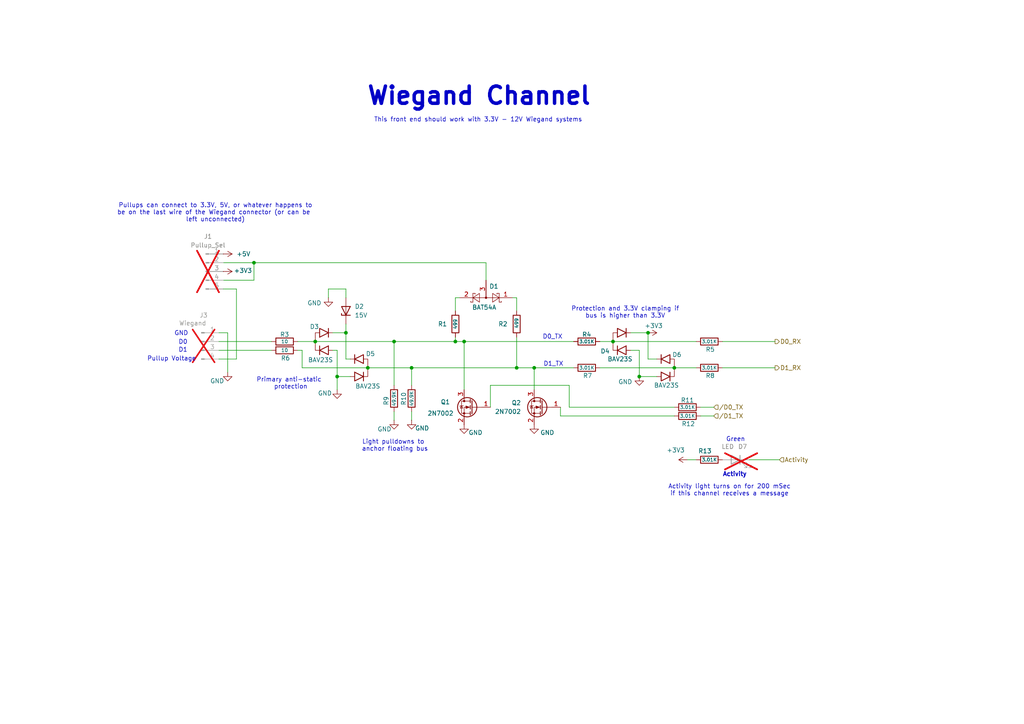
<source format=kicad_sch>
(kicad_sch (version 20231120) (generator "eeschema") (generator_version "8.0")
  (paper "A4")
  (title_block (date "2025-11-10") (rev "A") (comment 1 "JPH"))
  (lib_symbols
    (symbol "Connector:Conn_01x04_Pin" (pin_names (offset 1.016) hide)
      (property "Reference" "J" (at 0 5.08 0))
      (property "Value" "Conn_01x04_Pin" (at 0 -7.62 0))
      (symbol "Conn_01x04_Pin_1_1"
        (polyline (pts (xy 1.27 -5.08) (xy 0.8636 -5.08)) (stroke (width 0.1524)))
        (polyline (pts (xy 1.27 -2.54) (xy 0.8636 -2.54)) (stroke (width 0.1524)))
        (polyline (pts (xy 1.27 0) (xy 0.8636 0)) (stroke (width 0.1524)))
        (polyline (pts (xy 1.27 2.54) (xy 0.8636 2.54)) (stroke (width 0.1524)))
        (rectangle (start 0.8636 -4.953) (end 0 -5.207) (stroke (width 0.1524)) (fill (type outline)))
        (rectangle (start 0.8636 -2.413) (end 0 -2.667) (stroke (width 0.1524)) (fill (type outline)))
        (rectangle (start 0.8636 0.127) (end 0 -0.127) (stroke (width 0.1524)) (fill (type outline)))
        (rectangle (start 0.8636 2.667) (end 0 2.413) (stroke (width 0.1524)) (fill (type outline)))
        (pin passive line (at 5.08 2.54 180) (length 3.81) (name "Pin_1") (number "1"))
        (pin passive line (at 5.08 0 180) (length 3.81) (name "Pin_2") (number "2"))
        (pin passive line (at 5.08 -2.54 180) (length 3.81) (name "Pin_3") (number "3"))
        (pin passive line (at 5.08 -5.08 180) (length 3.81) (name "Pin_4") (number "4"))
      )
    )
    (symbol "Connector:Conn_01x05_Pin" (pin_names (offset 1.016) hide)
      (property "Reference" "J" (at 0 7.62 0))
      (property "Value" "Conn_01x05_Pin" (at 0 -7.62 0))
      (symbol "Conn_01x05_Pin_1_1"
        (polyline (pts (xy 1.27 -5.08) (xy 0.8636 -5.08)) (stroke (width 0.1524)))
        (polyline (pts (xy 1.27 -2.54) (xy 0.8636 -2.54)) (stroke (width 0.1524)))
        (polyline (pts (xy 1.27 0) (xy 0.8636 0)) (stroke (width 0.1524)))
        (polyline (pts (xy 1.27 2.54) (xy 0.8636 2.54)) (stroke (width 0.1524)))
        (polyline (pts (xy 1.27 5.08) (xy 0.8636 5.08)) (stroke (width 0.1524)))
        (rectangle (start 0.8636 -4.953) (end 0 -5.207) (stroke (width 0.1524)) (fill (type outline)))
        (rectangle (start 0.8636 -2.413) (end 0 -2.667) (stroke (width 0.1524)) (fill (type outline)))
        (rectangle (start 0.8636 0.127) (end 0 -0.127) (stroke (width 0.1524)) (fill (type outline)))
        (rectangle (start 0.8636 2.667) (end 0 2.413) (stroke (width 0.1524)) (fill (type outline)))
        (rectangle (start 0.8636 5.207) (end 0 4.953) (stroke (width 0.1524)) (fill (type outline)))
        (pin passive line (at 5.08 5.08 180) (length 3.81) (name "Pin_1") (number "1"))
        (pin passive line (at 5.08 2.54 180) (length 3.81) (name "Pin_2") (number "2"))
        (pin passive line (at 5.08 0 180) (length 3.81) (name "Pin_3") (number "3"))
        (pin passive line (at 5.08 -2.54 180) (length 3.81) (name "Pin_4") (number "4"))
        (pin passive line (at 5.08 -5.08 180) (length 3.81) (name "Pin_5") (number "5"))
      )
    )
    (symbol "Device:D_Zener" (pin_numbers hide) (pin_names (offset 1.016) hide)
      (property "Reference" "D" (at 0 2.54 0))
      (property "Value" "D_Zener" (at 0 -2.54 0))
      (symbol "D_Zener_0_1"
        (polyline (pts (xy 1.27 0) (xy -1.27 0)))
        (polyline (pts (xy -1.27 -1.27) (xy -1.27 1.27) (xy -0.762 1.27)) (stroke (width 0.254)))
        (polyline (pts (xy 1.27 -1.27) (xy 1.27 1.27) (xy -1.27 0) (xy 1.27 -1.27)) (stroke (width 0.254)))
      )
      (symbol "D_Zener_1_1"
        (pin passive line (at -3.81 0 0) (length 2.54) (name "K") (number "1"))
        (pin passive line (at 3.81 0 180) (length 2.54) (name "A") (number "2"))
      )
    )
    (symbol "Device:LED" (pin_numbers hide) (pin_names (offset 1.016) hide)
      (property "Reference" "D" (at 0 2.54 0))
      (property "Value" "LED" (at 0 -2.54 0))
      (symbol "LED_0_1"
        (polyline (pts (xy -1.27 -1.27) (xy -1.27 1.27)) (stroke (width 0.254)))
        (polyline (pts (xy -1.27 0) (xy 1.27 0)))
        (polyline (pts (xy 1.27 -1.27) (xy 1.27 1.27) (xy -1.27 0) (xy 1.27 -1.27)) (stroke (width 0.254)))
        (polyline (pts (xy -3.048 -0.762) (xy -4.572 -2.286) (xy -3.81 -2.286) (xy -4.572 -2.286) (xy -4.572 -1.524)))
        (polyline (pts (xy -1.778 -0.762) (xy -3.302 -2.286) (xy -2.54 -2.286) (xy -3.302 -2.286) (xy -3.302 -1.524)))
      )
      (symbol "LED_1_1"
        (pin passive line (at -3.81 0 0) (length 2.54) (name "K") (number "1"))
        (pin passive line (at 3.81 0 180) (length 2.54) (name "A") (number "2"))
      )
    )
    (symbol "Device:R" (pin_numbers hide) (pin_names (offset 0))
      (property "Reference" "R" (at 2.032 0 90))
      (property "Value" "R" (at 0 0 90))
      (symbol "R_0_1"
        (rectangle (start -1.016 -2.54) (end 1.016 2.54) (stroke (width 0.254)))
      )
      (symbol "R_1_1"
        (pin passive line (at 0 3.81 270) (length 1.27) (name "~") (number "1"))
        (pin passive line (at 0 -3.81 90) (length 1.27) (name "~") (number "2"))
      )
    )
    (symbol "Diode:BAT54A" (pin_names (offset 1.016))
      (property "Reference" "D" (at 0.635 -3.81 0))
      (property "Value" "BAT54A" (at -6.35 3.175 0))
      (symbol "BAT54A_0_1"
        (polyline (pts (xy -4.445 1.27) (xy -4.445 1.016)))
        (polyline (pts (xy -3.81 -1.27) (xy -3.81 1.27)))
        (polyline (pts (xy -3.81 -1.27) (xy -3.175 -1.27)))
        (polyline (pts (xy -3.81 0) (xy -1.27 0)))
        (polyline (pts (xy -3.81 1.27) (xy -4.445 1.27)))
        (polyline (pts (xy -3.175 -1.27) (xy -3.175 -1.016)))
        (polyline (pts (xy -1.905 0) (xy 1.905 0)))
        (polyline (pts (xy 1.27 0) (xy 3.81 0)))
        (polyline (pts (xy 3.175 -1.27) (xy 3.175 -1.016)))
        (polyline (pts (xy 3.81 -1.27) (xy 3.175 -1.27)))
        (polyline (pts (xy 3.81 -1.27) (xy 3.81 1.27)))
        (polyline (pts (xy 3.81 1.27) (xy 4.445 1.27)))
        (polyline (pts (xy 4.445 1.27) (xy 4.445 1.016)))
        (polyline (pts (xy -1.905 1.27) (xy -1.905 -1.27) (xy -3.81 0) (xy -1.905 1.27)))
        (polyline (pts (xy 1.905 1.27) (xy 1.905 -1.27) (xy 3.81 0) (xy 1.905 1.27)))
        (circle (center 0 0) (radius 0.254) (fill (type outline)))
      )
      (symbol "BAT54A_1_1"
        (pin passive line (at -7.62 0 0) (length 3.81) (name "~") (number "1"))
        (pin passive line (at 7.62 0 180) (length 3.81) (name "~") (number "2"))
        (pin passive line (at 0 -5.08 90) (length 5.08) (name "~") (number "3"))
      )
    )
    (symbol "EV23:BAV23S" (pin_numbers hide) (pin_names (offset 0.762) hide)
      (property "Reference" "D2" (at 3.81 -2.54 90))
      (property "Value" "BAV23S" (at 6.35 -1.27 90))
      (symbol "BAV23S_0_1"
        (polyline (pts (xy -3.81 2.54) (xy -1.27 2.54) (xy -1.27 2.54)) (stroke (width 0.254)))
        (polyline (pts (xy 1.27 5.08) (xy 3.81 5.08) (xy 3.81 5.08)) (stroke (width 0.254)))
        (polyline (pts (xy 2.54 2.54) (xy 2.54 1.27) (xy 0 1.27) (xy -2.54 1.27) (xy -2.54 2.54)))
        (polyline (pts (xy -1.27 5.08) (xy -2.54 2.54) (xy -3.81 5.08) (xy -1.27 5.08) (xy -1.27 5.08) (xy -1.27 5.08)) (stroke (width 0.254)))
        (polyline (pts (xy 1.27 2.54) (xy 2.54 5.08) (xy 3.81 2.54) (xy 1.27 2.54) (xy 1.27 2.54) (xy 1.27 2.54)) (stroke (width 0.254)))
        (pin passive line (at -2.54 6.35 270) (length 1.27) (name "A") (number "1"))
        (pin passive line (at 2.54 6.35 270) (length 1.27) (name "K") (number "2"))
        (pin passive line (at 0 1.27 90) (length 0) (name "common") (number "3"))
      )
    )
    (symbol "Transistor_FET:2N7002" (pin_names hide)
      (property "Reference" "Q" (at 5.08 1.905 0))
      (property "Value" "2N7002" (at 5.08 0 0))
      (symbol "2N7002_0_1"
        (polyline (pts (xy 0.254 0) (xy -2.54 0)))
        (polyline (pts (xy 0.254 1.905) (xy 0.254 -1.905)) (stroke (width 0.254)))
        (polyline (pts (xy 0.762 -1.27) (xy 0.762 -2.286)) (stroke (width 0.254)))
        (polyline (pts (xy 0.762 0.508) (xy 0.762 -0.508)) (stroke (width 0.254)))
        (polyline (pts (xy 0.762 2.286) (xy 0.762 1.27)) (stroke (width 0.254)))
        (polyline (pts (xy 2.54 2.54) (xy 2.54 1.778)))
        (polyline (pts (xy 2.54 -2.54) (xy 2.54 0) (xy 0.762 0)))
        (polyline (pts (xy 0.762 -1.778) (xy 3.302 -1.778) (xy 3.302 1.778) (xy 0.762 1.778)))
        (polyline (pts (xy 1.016 0) (xy 2.032 0.381) (xy 2.032 -0.381) (xy 1.016 0)) (fill (type outline)))
        (polyline (pts (xy 2.794 0.508) (xy 2.921 0.381) (xy 3.683 0.381) (xy 3.81 0.254)))
        (polyline (pts (xy 3.302 0.381) (xy 2.921 -0.254) (xy 3.683 -0.254) (xy 3.302 0.381)))
        (circle (center 1.651 0) (radius 2.794) (stroke (width 0.254)))
        (circle (center 2.54 -1.778) (radius 0.254) (fill (type outline)))
        (circle (center 2.54 1.778) (radius 0.254) (fill (type outline)))
      )
      (symbol "2N7002_1_1"
        (pin input line (at -5.08 0 0) (length 2.54) (name "G") (number "1"))
        (pin passive line (at 2.54 -5.08 90) (length 2.54) (name "S") (number "2"))
        (pin passive line (at 2.54 5.08 270) (length 2.54) (name "D") (number "3"))
      )
    )
    (symbol "power:+3V3" (power) (pin_numbers hide) (pin_names (offset 0) hide)
      (property "Value" "+3V3" (at 0 3.556 0))
      (symbol "+3V3_0_1"
        (polyline (pts (xy -0.762 1.27) (xy 0 2.54)))
        (polyline (pts (xy 0 0) (xy 0 2.54)))
        (polyline (pts (xy 0 2.54) (xy 0.762 1.27)))
      )
      (symbol "+3V3_1_1"
        (pin power_in line (at 0 0 90) (length 0) (name "~") (number "1"))
      )
    )
    (symbol "power:+5V" (power) (pin_numbers hide) (pin_names (offset 0) hide)
      (property "Value" "+5V" (at 0 3.556 0))
      (symbol "+5V_0_1"
        (polyline (pts (xy -0.762 1.27) (xy 0 2.54)))
        (polyline (pts (xy 0 0) (xy 0 2.54)))
        (polyline (pts (xy 0 2.54) (xy 0.762 1.27)))
      )
      (symbol "+5V_1_1"
        (pin power_in line (at 0 0 90) (length 0) (name "~") (number "1"))
      )
    )
    (symbol "power:GND" (power) (pin_numbers hide) (pin_names (offset 0) hide)
      (property "Value" "GND" (at 0 -3.81 0))
      (symbol "GND_0_1"
        (polyline (pts (xy 0 0) (xy 0 -1.27) (xy 1.27 -1.27) (xy 0 -2.54) (xy -1.27 -1.27) (xy 0 -1.27)))
      )
      (symbol "GND_1_1"
        (pin power_in line (at 0 0 270) (length 0) (name "~") (number "1"))
      )
    )
  )
  (junction (at 114.3 99.06))
  (junction (at 106.68 106.68))
  (junction (at 149.86 106.68))
  (junction (at 132.08 99.06))
  (junction (at 177.8 99.06))
  (junction (at 187.96 96.52))
  (junction (at 154.94 106.68))
  (junction (at 91.44 99.06))
  (junction (at 97.79 109.22))
  (junction (at 119.38 106.68))
  (junction (at 100.33 96.52))
  (junction (at 73.66 76.2))
  (junction (at 195.58 106.68))
  (junction (at 185.42 109.22))
  (junction (at 134.62 99.06))
  (wire (pts (xy 101.6 104.14) (xy 100.33 104.14)))
  (wire (pts (xy 64.77 76.2) (xy 73.66 76.2)))
  (wire (pts (xy 114.3 99.06) (xy 132.08 99.06)))
  (wire (pts (xy 91.44 99.06) (xy 114.3 99.06)))
  (wire (pts (xy 149.86 97.79) (xy 149.86 106.68)))
  (wire (pts (xy 132.08 99.06) (xy 134.62 99.06)))
  (wire (pts (xy 73.66 81.28) (xy 73.66 76.2)))
  (wire (pts (xy 203.2 120.65) (xy 207.01 120.65)))
  (wire (pts (xy 106.68 106.68) (xy 119.38 106.68)))
  (wire (pts (xy 149.86 90.17) (xy 149.86 86.36)))
  (wire (pts (xy 114.3 111.76) (xy 114.3 99.06)))
  (wire (pts (xy 195.58 120.65) (xy 162.56 120.65)))
  (wire (pts (xy 63.5 99.06) (xy 78.74 99.06)))
  (wire (pts (xy 203.2 118.11) (xy 207.01 118.11)))
  (wire (pts (xy 100.33 83.82) (xy 100.33 86.36)))
  (wire (pts (xy 134.62 99.06) (xy 166.37 99.06)))
  (wire (pts (xy 201.93 99.06) (xy 177.8 99.06)))
  (wire (pts (xy 119.38 121.92) (xy 119.38 119.38)))
  (wire (pts (xy 185.42 109.22) (xy 185.42 101.6)))
  (wire (pts (xy 209.55 106.68) (xy 224.79 106.68)))
  (wire (pts (xy 66.04 96.52) (xy 66.04 107.95)))
  (wire (pts (xy 134.62 113.03) (xy 134.62 99.06)))
  (wire (pts (xy 165.1 118.11) (xy 195.58 118.11)))
  (wire (pts (xy 100.33 96.52) (xy 100.33 104.14)))
  (wire (pts (xy 96.52 96.52) (xy 100.33 96.52)))
  (wire (pts (xy 87.63 106.68) (xy 106.68 106.68)))
  (wire (pts (xy 100.33 93.98) (xy 100.33 96.52)))
  (wire (pts (xy 140.97 76.2) (xy 73.66 76.2)))
  (wire (pts (xy 101.6 109.22) (xy 97.79 109.22)))
  (wire (pts (xy 154.94 106.68) (xy 166.37 106.68)))
  (wire (pts (xy 68.58 83.82) (xy 68.58 104.14)))
  (wire (pts (xy 199.39 133.35) (xy 201.93 133.35)))
  (wire (pts (xy 165.1 111.76) (xy 165.1 118.11)))
  (wire (pts (xy 114.3 119.38) (xy 114.3 121.92)))
  (wire (pts (xy 119.38 106.68) (xy 149.86 106.68)))
  (wire (pts (xy 140.97 81.28) (xy 140.97 76.2)))
  (wire (pts (xy 95.25 83.82) (xy 100.33 83.82)))
  (wire (pts (xy 63.5 96.52) (xy 66.04 96.52)))
  (wire (pts (xy 119.38 111.76) (xy 119.38 106.68)))
  (wire (pts (xy 201.93 106.68) (xy 195.58 106.68)))
  (wire (pts (xy 68.58 104.14) (xy 63.5 104.14)))
  (wire (pts (xy 185.42 101.6) (xy 182.88 101.6)))
  (wire (pts (xy 149.86 86.36) (xy 148.59 86.36)))
  (wire (pts (xy 96.52 101.6) (xy 97.79 101.6)))
  (wire (pts (xy 132.08 86.36) (xy 133.35 86.36)))
  (wire (pts (xy 142.24 111.76) (xy 165.1 111.76)))
  (wire (pts (xy 86.36 99.06) (xy 91.44 99.06)))
  (wire (pts (xy 97.79 109.22) (xy 97.79 113.03)))
  (wire (pts (xy 217.17 133.35) (xy 226.06 133.35)))
  (wire (pts (xy 64.77 81.28) (xy 73.66 81.28)))
  (wire (pts (xy 149.86 106.68) (xy 154.94 106.68)))
  (wire (pts (xy 132.08 90.17) (xy 132.08 86.36)))
  (wire (pts (xy 64.77 83.82) (xy 68.58 83.82)))
  (wire (pts (xy 190.5 104.14) (xy 187.96 104.14)))
  (wire (pts (xy 97.79 101.6) (xy 97.79 109.22)))
  (wire (pts (xy 87.63 101.6) (xy 87.63 106.68)))
  (wire (pts (xy 162.56 120.65) (xy 162.56 118.11)))
  (wire (pts (xy 190.5 109.22) (xy 185.42 109.22)))
  (wire (pts (xy 173.99 99.06) (xy 177.8 99.06)))
  (wire (pts (xy 187.96 96.52) (xy 182.88 96.52)))
  (wire (pts (xy 209.55 99.06) (xy 224.79 99.06)))
  (wire (pts (xy 95.25 86.36) (xy 95.25 83.82)))
  (wire (pts (xy 63.5 101.6) (xy 78.74 101.6)))
  (wire (pts (xy 142.24 118.11) (xy 142.24 111.76)))
  (wire (pts (xy 187.96 104.14) (xy 187.96 96.52)))
  (wire (pts (xy 154.94 113.03) (xy 154.94 106.68)))
  (wire (pts (xy 173.99 106.68) (xy 195.58 106.68)))
  (wire (pts (xy 132.08 97.79) (xy 132.08 99.06)))
  (wire (pts (xy 86.36 101.6) (xy 87.63 101.6)))
  (text "Wiegand Channel" (at 138.938 27.94 0) (effects (font (size 5 5) (thickness 1) (bold yes))))
  (text "Green" (at 213.36 127.508 0) (effects (font (size 1.27 1.27))))
  (text "Activity" (at 213.106 137.668 0) (effects (font (size 1.27 1.27) (thickness 0.254) (bold yes))))
  (text "Pullups can connect to 3.3V, 5V, or whatever happens to\nbe on the last wire of the Wiegand connector (or can be \nleft unconnected)" (at 62.484 61.722 0) (effects (font (size 1.27 1.27))))
  (text "D1_TX" (at 160.528 105.664 0) (effects (font (size 1.27 1.27))))
  (text "This front end should work with 3.3V - 12V Wiegand systems" (at 138.684 34.798 0) (effects (font (size 1.27 1.27))))
  (text "Protection and 3.3V clamping if\nbus is higher than 3.3V" (at 181.356 90.678 0) (effects (font (size 1.27 1.27))))
  (text "Activity light turns on for 200 mSec\nif this channel receives a message" (at 211.582 142.24 0) (effects (font (size 1.27 1.27))))
  (text "D0_TX" (at 160.274 97.79 0) (effects (font (size 1.27 1.27))))
  (text "D0" (at 53.086 99.314 0) (effects (font (size 1.27 1.27))))
  (text "Pullup Voltage" (at 49.784 104.14 0) (effects (font (size 1.27 1.27))))
  (text "Light pulldowns to \nanchor floating bus" (at 114.554 129.286 0) (effects (font (size 1.27 1.27))))
  (text "Primary anti-static \nprotection" (at 84.328 111.252 0) (effects (font (size 1.27 1.27))))
  (text "D1" (at 53.086 101.6 0) (effects (font (size 1.27 1.27))))
  (text "GND" (at 52.578 96.774 0) (effects (font (size 1.27 1.27))))
  (hierarchical_label "{slash}D0_TX" (shape input) (at 207.01 118.11 0))
  (hierarchical_label "D1_RX" (shape output) (at 224.79 106.68 0))
  (hierarchical_label "Activity" (shape input) (at 226.06 133.35 0))
  (hierarchical_label "{slash}D1_TX" (shape input) (at 207.01 120.65 0))
  (hierarchical_label "D0_RX" (shape output) (at 224.79 99.06 0))
  (symbol (lib_id "power:GND") (at 185.42 109.22 0) (unit 1)
    (property "Reference" "#PWR07" (effects (hide yes)))
    (property "Value" "GND" (at 181.356 110.744 0))
    (property "Description" "Power symbol creates a global label with name \"GND\" , ground" (effects (hide yes)))
    (instances (project "WiegandTest" (path "" (reference "#PWR07") (unit 1)) (path "" (reference "#PWR045") (unit 1)) (path "" (reference "#PWR033") (unit 1))))
  )
  (symbol (lib_id "Connector:Conn_01x05_Pin") (at 59.69 78.74 0) (unit 1) (dnp yes)
    (property "Reference" "J1" (at 60.325 68.58 0))
    (property "Value" "Pullup_Sel" (at 60.325 71.12 0))
    (property "Footprint" "Connector_PinHeader_2.54mm:PinHeader_1x05_P2.54mm_Horizontal" (effects (hide yes)))
    (property "Description" "Connector Header Through Hole, Right Angle 5 position 0.100\" (2.54mm)" (effects (hide yes)))
    (property "MFG" "Adam Tech" (effects (hide yes)))
    (property "MPN" "PH1RB-05-UA" (effects (hide yes)))
    (property "JLCPCB Part Number" "N/A" (effects (hide yes)))
    (instances (project "" (path "" (reference "J1") (unit 1)) (path "" (reference "J8") (unit 1)) (path "" (reference "J5") (unit 1))))
  )
  (symbol (lib_id "Device:R") (at 170.18 99.06 90) (unit 1)
    (property "Reference" "R4" (at 170.18 97.028 90))
    (property "Value" "3.01K" (at 170.18 99.06 90) (effects (font (size 1 1))))
    (property "Footprint" "Resistor_SMD:R_0603_1608Metric_Pad0.98x0.95mm_HandSolder" (effects (hide yes)))
    (property "Description" "3.01 kOhms ±1% 0.1W, 1/10W Chip Resistor 0603 (1608 Metric) Thick Film" (effects (hide yes)))
    (property "MFG" "YAGEO" (effects (hide yes)))
    (property "MPN" "RC0603FR-103K01L" (effects (hide yes)))
    (property "JLCPCB Part Number" "C22356559" (effects (hide yes)))
    (instances (project "WiegandTest" (path "" (reference "R4") (unit 1)) (path "" (reference "R32") (unit 1)) (path "" (reference "R20") (unit 1))))
  )
  (symbol (lib_id "EV23:BAV23S") (at 107.95 106.68 90) (unit 1)
    (property "Reference" "D5" (at 107.442 102.616 90))
    (property "Value" "BAV23S" (at 106.68 112.014 90))
    (property "Footprint" "Package_TO_SOT_SMD:SOT-23" (effects (hide yes)))
    (property "Datasheet" "https://www.onsemi.com/download/data-sheet/pdf/bav23s-d.pdf" (effects (hide yes)))
    (property "Description" "Diode Array 1 Pair Series Connection 200 V 400mA Surface Mount TO-236-3, SC-59, SOT-23-3" (effects (hide yes)))
    (property "MPN" "BAV23S" (effects (hide yes)))
    (property "MFG" "Shenzhen Slkormicro Semicon" (effects (hide yes)))
    (property "JLCPCB Part Number" "C44345" (effects (hide yes)))
    (instances (project "WiegandTest" (path "" (reference "D5") (unit 1)) (path "" (reference "D21") (unit 1)) (path "" (reference "D15") (unit 1))))
  )
  (symbol (lib_id "power:GND") (at 97.79 113.03 0) (unit 1)
    (property "Reference" "#PWR08" (effects (hide yes)))
    (property "Value" "GND" (at 94.234 114.046 0))
    (property "Description" "Power symbol creates a global label with name \"GND\" , ground" (effects (hide yes)))
    (instances (project "WiegandTest" (path "" (reference "#PWR08") (unit 1)) (path "" (reference "#PWR046") (unit 1)) (path "" (reference "#PWR034") (unit 1))))
  )
  (symbol (lib_id "EV23:BAV23S") (at 90.17 99.06 270) (mirror x) (unit 1)
    (property "Reference" "D3" (at 91.186 94.742 90))
    (property "Value" "BAV23S" (at 92.964 104.394 90))
    (property "Footprint" "Package_TO_SOT_SMD:SOT-23" (effects (hide yes)))
    (property "Datasheet" "https://www.onsemi.com/download/data-sheet/pdf/bav23s-d.pdf" (effects (hide yes)))
    (property "Description" "Diode Array 1 Pair Series Connection 200 V 400mA Surface Mount TO-236-3, SC-59, SOT-23-3" (effects (hide yes)))
    (property "MPN" "BAV23S" (effects (hide yes)))
    (property "MFG" "Shenzhen Slkormicro Semicon" (effects (hide yes)))
    (property "JLCPCB Part Number" "C44345" (effects (hide yes)))
    (instances (project "WiegandTest" (path "" (reference "D3") (unit 1)) (path "" (reference "D19") (unit 1)) (path "" (reference "D13") (unit 1))))
  )
  (symbol (lib_id "power:+3V3") (at 199.39 133.35 90) (unit 1)
    (property "Reference" "#PWR05" (effects (hide yes)))
    (property "Value" "+3V3" (at 198.628 130.556 90) (effects (justify left)))
    (property "Description" "Power symbol creates a global label with name \"+3V3\"" (effects (hide yes)))
    (instances (project "WiegandTest" (path "" (reference "#PWR05") (unit 1)) (path "" (reference "#PWR043") (unit 1)) (path "" (reference "#PWR031") (unit 1))))
  )
  (symbol (lib_id "EV23:BAV23S") (at 196.85 106.68 90) (unit 1)
    (property "Reference" "D6" (at 196.342 102.87 90))
    (property "Value" "BAV23S" (at 193.294 111.76 90))
    (property "Footprint" "Package_TO_SOT_SMD:SOT-23" (effects (hide yes)))
    (property "Datasheet" "https://www.onsemi.com/download/data-sheet/pdf/bav23s-d.pdf" (effects (hide yes)))
    (property "Description" "Diode Array 1 Pair Series Connection 200 V 400mA Surface Mount TO-236-3, SC-59, SOT-23-3" (effects (hide yes)))
    (property "MPN" "BAV23S" (effects (hide yes)))
    (property "MFG" "Shenzhen Slkormicro Semicon" (effects (hide yes)))
    (property "JLCPCB Part Number" "C44345" (effects (hide yes)))
    (instances (project "WiegandTest" (path "" (reference "D6") (unit 1)) (path "" (reference "D22") (unit 1)) (path "" (reference "D16") (unit 1))))
  )
  (symbol (lib_id "Device:R") (at 82.55 101.6 90) (unit 1)
    (property "Reference" "R6" (at 82.804 103.886 90))
    (property "Value" "10" (at 82.55 101.6 90) (effects (font (size 1 1))))
    (property "Footprint" "Resistor_SMD:R_0603_1608Metric_Pad0.98x0.95mm_HandSolder" (effects (hide yes)))
    (property "Description" "10 Ohms ±5% 0.1W, 1/10W Chip Resistor 0603 (1608 Metric) Moisture Resistant Thick Film" (effects (hide yes)))
    (property "MFG" "YAGEO" (effects (hide yes)))
    (property "MPN" "RC0603JR-1310RL " (effects (hide yes)))
    (property "JLCPCB Part Number" "C177346" (effects (hide yes)))
    (instances (project "WiegandTest" (path "" (reference "R6") (unit 1)) (path "" (reference "R34") (unit 1)) (path "" (reference "R22") (unit 1))))
  )
  (symbol (lib_id "power:GND") (at 154.94 123.19 0) (unit 1)
    (property "Reference" "#PWR012" (effects (hide yes)))
    (property "Value" "GND" (at 158.75 125.476 0))
    (property "Description" "Power symbol creates a global label with name \"GND\" , ground" (effects (hide yes)))
    (instances (project "WiegandTest" (path "" (reference "#PWR012") (unit 1)) (path "" (reference "#PWR050") (unit 1)) (path "" (reference "#PWR038") (unit 1))))
  )
  (symbol (lib_id "Device:R") (at 114.3 115.57 0) (unit 1)
    (property "Reference" "R9" (at 112.014 117.602 90) (effects (justify left)))
    (property "Value" "49.9K" (at 114.3 117.856 90) (effects (font (size 1 1)) (justify left)))
    (property "Footprint" "Resistor_SMD:R_0603_1608Metric_Pad0.98x0.95mm_HandSolder" (effects (hide yes)))
    (property "Description" "49.9 kOhms ±1% 0.1W, 1/10W Chip Resistor 0603 (1608 Metric) Moisture Resistant Thick Film" (effects (hide yes)))
    (property "MFG" "YAGEO" (effects (hide yes)))
    (property "MPN" "RC0603FR-1349K9L" (effects (hide yes)))
    (property "JLCPCB Part Number" "C22356488" (effects (hide yes)))
    (instances (project "WiegandTest" (path "" (reference "R9") (unit 1)) (path "" (reference "R37") (unit 1)) (path "" (reference "R25") (unit 1))))
  )
  (symbol (lib_id "Diode:BAT54A") (at 140.97 86.36 180) (unit 1)
    (property "Reference" "D1" (at 143.256 83.058 0))
    (property "Value" "BAT54A" (at 140.462 89.154 0))
    (property "Footprint" "Package_TO_SOT_SMD:SOT-23" (effects (hide yes)))
    (property "Datasheet" "http://www.diodes.com/_files/datasheets/ds11005.pdf" (effects (hide yes)))
    (property "Description" "30V 1 PAIR COMMON ANODE 1V@100MA" (effects (hide yes)))
    (property "MFG" "Shenzhen Slkormicro Semicon" (effects (hide yes)))
    (property "MPN" "BAT54A" (effects (hide yes)))
    (property "JLCPCB Part Number" "C8591" (effects (hide yes)))
    (instances (project "WiegandTest" (path "" (reference "D1") (unit 1)) (path "" (reference "D17") (unit 1)) (path "" (reference "D11") (unit 1))))
  )
  (symbol (lib_id "Device:R") (at 199.39 118.11 90) (unit 1)
    (property "Reference" "R11" (at 199.39 116.078 90))
    (property "Value" "3.01K" (at 199.39 118.11 90) (effects (font (size 1 1))))
    (property "Footprint" "Resistor_SMD:R_0603_1608Metric_Pad0.98x0.95mm_HandSolder" (effects (hide yes)))
    (property "Description" "3.01 kOhms ±1% 0.1W, 1/10W Chip Resistor 0603 (1608 Metric) Thick Film" (effects (hide yes)))
    (property "MFG" "YAGEO" (effects (hide yes)))
    (property "MPN" "RC0603FR-103K01L" (effects (hide yes)))
    (property "JLCPCB Part Number" "C22356559" (effects (hide yes)))
    (instances (project "WiegandTest" (path "" (reference "R11") (unit 1)) (path "" (reference "R39") (unit 1)) (path "" (reference "R27") (unit 1))))
  )
  (symbol (lib_id "Device:R") (at 119.38 115.57 0) (unit 1)
    (property "Reference" "R10" (at 117.094 117.602 90) (effects (justify left)))
    (property "Value" "49.9K" (at 119.38 117.856 90) (effects (font (size 1 1)) (justify left)))
    (property "Footprint" "Resistor_SMD:R_0603_1608Metric_Pad0.98x0.95mm_HandSolder" (effects (hide yes)))
    (property "Description" "49.9 kOhms ±1% 0.1W, 1/10W Chip Resistor 0603 (1608 Metric) Moisture Resistant Thick Film" (effects (hide yes)))
    (property "MFG" "YAGEO" (effects (hide yes)))
    (property "MPN" "RC0603FR-1349K9L" (effects (hide yes)))
    (property "JLCPCB Part Number" "C22356488" (effects (hide yes)))
    (instances (project "WiegandTest" (path "" (reference "R10") (unit 1)) (path "" (reference "R38") (unit 1)) (path "" (reference "R26") (unit 1))))
  )
  (symbol (lib_id "Device:R") (at 205.74 106.68 90) (unit 1)
    (property "Reference" "R8" (at 205.994 108.966 90))
    (property "Value" "3.01K" (at 205.74 106.68 90) (effects (font (size 1 1))))
    (property "Footprint" "Resistor_SMD:R_0603_1608Metric_Pad0.98x0.95mm_HandSolder" (effects (hide yes)))
    (property "Description" "3.01 kOhms ±1% 0.1W, 1/10W Chip Resistor 0603 (1608 Metric) Thick Film" (effects (hide yes)))
    (property "MFG" "YAGEO" (effects (hide yes)))
    (property "MPN" "RC0603FR-103K01L" (effects (hide yes)))
    (property "JLCPCB Part Number" "C22356559" (effects (hide yes)))
    (instances (project "WiegandTest" (path "" (reference "R8") (unit 1)) (path "" (reference "R36") (unit 1)) (path "" (reference "R24") (unit 1))))
  )
  (symbol (lib_id "Device:LED") (at 213.36 133.35 0) (mirror y) (unit 1) (dnp yes)
    (property "Reference" "D7" (at 215.392 129.54 0))
    (property "Value" "LED" (at 211.074 129.54 0))
    (property "Footprint" "LED_SMD:LED_0603_1608Metric_Pad1.05x0.95mm_HandSolder" (effects (hide yes)))
    (property "Description" "Green 571nm LED Indication - Discrete 2V 0603 (1608 Metric)" (effects (hide yes)))
    (property "MFG" "Lite-On" (effects (hide yes)))
    (property "MPN" "LTST-C191KGKT" (effects (hide yes)))
    (property "JLCPCB Part Number" "N/A" (effects (hide yes)))
    (instances (project "WiegandTest" (path "" (reference "D7") (unit 1)) (path "" (reference "D24") (unit 1)) (path "" (reference "D23") (unit 1))))
  )
  (symbol (lib_id "Device:R") (at 205.74 133.35 270) (mirror x) (unit 1)
    (property "Reference" "R13" (at 204.47 130.81 90))
    (property "Value" "3.01K" (at 205.74 133.35 90) (effects (font (size 1 1))))
    (property "Footprint" "Resistor_SMD:R_0603_1608Metric_Pad0.98x0.95mm_HandSolder" (effects (hide yes)))
    (property "Description" "3.01 kOhms ±1% 0.1W, 1/10W Chip Resistor 0603 (1608 Metric) Thick Film" (effects (hide yes)))
    (property "MFG" "YAGEO" (effects (hide yes)))
    (property "MPN" "RC0603FR-103K01L" (effects (hide yes)))
    (property "JLCPCB Part Number" "C22356559" (effects (hide yes)))
    (instances (project "WiegandTest" (path "" (reference "R13") (unit 1)) (path "" (reference "R42") (unit 1)) (path "" (reference "R41") (unit 1))))
  )
  (symbol (lib_id "Transistor_FET:2N7002") (at 137.16 118.11 0) (mirror y) (unit 1)
    (property "Reference" "Q1" (at 130.556 116.586 0) (effects (justify left)))
    (property "Value" "2N7002" (at 131.572 119.888 0) (effects (justify left)))
    (property "Footprint" "Package_TO_SOT_SMD:SOT-23" (effects (hide yes)))
    (property "Datasheet" "https://www.onsemi.com/pub/Collateral/NDS7002A-D.PDF" (effects (hide yes)))
    (property "Description" "N-Channel 60 V 115mA (Ta) 200mW (Ta) Surface Mount SOT-23-3" (effects (hide yes)))
    (property "MFG" "Onsemi" (effects (hide yes)))
    (property "MPN" "2N7002" (effects (hide yes)))
    (property "JLCPCB Part Number" "C16338" (effects (hide yes)))
    (instances (project "WiegandTest" (path "" (reference "Q1") (unit 1)) (path "" (reference "Q6") (unit 1)) (path "" (reference "Q4") (unit 1))))
  )
  (symbol (lib_id "Device:D_Zener") (at 100.33 90.17 90) (unit 1)
    (property "Reference" "D2" (at 102.87 88.8999 90) (effects (justify right)))
    (property "Value" "15V" (at 102.87 91.4399 90) (effects (justify right)))
    (property "Footprint" "Diode_SMD:D_SMB" (effects (hide yes)))
    (property "Description" "Zener Diode 15 V 3 W ±5% Surface Mount SMB" (effects (hide yes)))
    (property "MPN" "1SMB5929BT3G" (effects (hide yes)))
    (property "MFG" "Onsemi" (effects (hide yes)))
    (property "JLCPCB Part Number" "C460772" (effects (hide yes)))
    (instances (project "WiegandTest" (path "" (reference "D2") (unit 1)) (path "" (reference "D18") (unit 1)) (path "" (reference "D12") (unit 1))))
  )
  (symbol (lib_id "Device:R") (at 149.86 93.98 0) (unit 1)
    (property "Reference" "R2" (at 144.526 93.98 0) (effects (justify left)))
    (property "Value" "499" (at 149.86 95.25 90) (effects (font (size 1 1)) (justify left)))
    (property "Footprint" "Resistor_SMD:R_0603_1608Metric_Pad0.98x0.95mm_HandSolder" (effects (hide yes)))
    (property "Description" "499 Ohms ±1% 0.1W, 1/10W Chip Resistor 0603 (1608 Metric) Moisture Resistant Thick Film" (effects (hide yes)))
    (property "MFG" "YAGEO" (effects (hide yes)))
    (property "MPN" "RC0603FR-07499RL" (effects (hide yes)))
    (property "JLCPCB Part Number" "C23065" (effects (hide yes)))
    (instances (project "WiegandTest" (path "" (reference "R2") (unit 1)) (path "" (reference "R30") (unit 1)) (path "" (reference "R18") (unit 1))))
  )
  (symbol (lib_id "Transistor_FET:2N7002") (at 157.48 118.11 0) (mirror y) (unit 1)
    (property "Reference" "Q2" (at 151.13 116.8399 0) (effects (justify left)))
    (property "Value" "2N7002" (at 151.13 119.3799 0) (effects (justify left)))
    (property "Footprint" "Package_TO_SOT_SMD:SOT-23" (effects (hide yes)))
    (property "Datasheet" "https://www.onsemi.com/pub/Collateral/NDS7002A-D.PDF" (effects (hide yes)))
    (property "Description" "N-Channel 60 V 115mA (Ta) 200mW (Ta) Surface Mount SOT-23-3" (effects (hide yes)))
    (property "MFG" "Onsemi" (effects (hide yes)))
    (property "MPN" "2N7002" (effects (hide yes)))
    (property "JLCPCB Part Number" "C16338" (effects (hide yes)))
    (instances (project "WiegandTest" (path "" (reference "Q2") (unit 1)) (path "" (reference "Q7") (unit 1)) (path "" (reference "Q5") (unit 1))))
  )
  (symbol (lib_id "power:GND") (at 134.62 123.19 0) (unit 1)
    (property "Reference" "#PWR011" (effects (hide yes)))
    (property "Value" "GND" (at 137.922 125.476 0))
    (property "Description" "Power symbol creates a global label with name \"GND\" , ground" (effects (hide yes)))
    (instances (project "WiegandTest" (path "" (reference "#PWR011") (unit 1)) (path "" (reference "#PWR049") (unit 1)) (path "" (reference "#PWR037") (unit 1))))
  )
  (symbol (lib_id "power:GND") (at 114.3 121.92 0) (unit 1)
    (property "Reference" "#PWR09" (effects (hide yes)))
    (property "Value" "GND" (at 111.506 124.46 0))
    (property "Description" "Power symbol creates a global label with name \"GND\" , ground" (effects (hide yes)))
    (instances (project "WiegandTest" (path "" (reference "#PWR09") (unit 1)) (path "" (reference "#PWR047") (unit 1)) (path "" (reference "#PWR035") (unit 1))))
  )
  (symbol (lib_id "EV23:BAV23S") (at 176.53 99.06 270) (mirror x) (unit 1)
    (property "Reference" "D4" (at 175.514 101.854 90))
    (property "Value" "BAV23S" (at 179.832 104.14 90))
    (property "Footprint" "Package_TO_SOT_SMD:SOT-23" (effects (hide yes)))
    (property "Datasheet" "https://www.onsemi.com/download/data-sheet/pdf/bav23s-d.pdf" (effects (hide yes)))
    (property "Description" "Diode Array 1 Pair Series Connection 200 V 400mA Surface Mount TO-236-3, SC-59, SOT-23-3" (effects (hide yes)))
    (property "MPN" "BAV23S" (effects (hide yes)))
    (property "MFG" "Shenzhen Slkormicro Semicon" (effects (hide yes)))
    (property "JLCPCB Part Number" "C44345" (effects (hide yes)))
    (instances (project "WiegandTest" (path "" (reference "D4") (unit 1)) (path "" (reference "D20") (unit 1)) (path "" (reference "D14") (unit 1))))
  )
  (symbol (lib_id "power:GND") (at 119.38 121.92 0) (unit 1)
    (property "Reference" "#PWR010" (effects (hide yes)))
    (property "Value" "GND" (at 122.428 124.206 0))
    (property "Description" "Power symbol creates a global label with name \"GND\" , ground" (effects (hide yes)))
    (instances (project "WiegandTest" (path "" (reference "#PWR010") (unit 1)) (path "" (reference "#PWR048") (unit 1)) (path "" (reference "#PWR036") (unit 1))))
  )
  (symbol (lib_id "Connector:Conn_01x04_Pin") (at 58.42 99.06 0) (unit 1) (dnp yes)
    (property "Reference" "J3" (at 59.055 91.44 0))
    (property "Value" "Wiegand" (at 55.88 93.726 0))
    (property "Footprint" "footprints:CONN_1881464_PXC" (effects (hide yes)))
    (property "Description" "TERM BLOCK HDR 4POS 2.50MM" (effects (hide yes)))
    (property "MFG" "Phoenix Contact" (effects (hide yes)))
    (property "MPN" "1881464" (effects (hide yes)))
    (property "JLCPCB Part Number" "N/A" (effects (hide yes)))
    (instances (project "" (path "" (reference "J3") (unit 1)) (path "" (reference "J10") (unit 1)) (path "" (reference "J7") (unit 1))))
  )
  (symbol (lib_id "Device:R") (at 199.39 120.65 90) (unit 1)
    (property "Reference" "R12" (at 199.644 122.936 90))
    (property "Value" "3.01K" (at 199.39 120.65 90) (effects (font (size 1 1))))
    (property "Footprint" "Resistor_SMD:R_0603_1608Metric_Pad0.98x0.95mm_HandSolder" (effects (hide yes)))
    (property "Description" "3.01 kOhms ±1% 0.1W, 1/10W Chip Resistor 0603 (1608 Metric) Thick Film" (effects (hide yes)))
    (property "MFG" "YAGEO" (effects (hide yes)))
    (property "MPN" "RC0603FR-103K01L" (effects (hide yes)))
    (property "JLCPCB Part Number" "C22356559" (effects (hide yes)))
    (instances (project "WiegandTest" (path "" (reference "R12") (unit 1)) (path "" (reference "R40") (unit 1)) (path "" (reference "R28") (unit 1))))
  )
  (symbol (lib_id "power:GND") (at 95.25 86.36 0) (unit 1)
    (property "Reference" "#PWR03" (effects (hide yes)))
    (property "Value" "GND" (at 91.186 87.884 0))
    (property "Description" "Power symbol creates a global label with name \"GND\" , ground" (effects (hide yes)))
    (instances (project "WiegandTest" (path "" (reference "#PWR03") (unit 1)) (path "" (reference "#PWR041") (unit 1)) (path "" (reference "#PWR029") (unit 1))))
  )
  (symbol (lib_id "power:+3V3") (at 64.77 78.74 270) (unit 1)
    (property "Reference" "#PWR02" (effects (hide yes)))
    (property "Value" "+3V3" (at 67.818 78.486 90) (effects (justify left)))
    (property "Description" "Power symbol creates a global label with name \"+3V3\"" (effects (hide yes)))
    (instances (project "WiegandTest" (path "" (reference "#PWR02") (unit 1)) (path "" (reference "#PWR040") (unit 1)) (path "" (reference "#PWR028") (unit 1))))
  )
  (symbol (lib_id "power:+5V") (at 64.77 73.66 270) (unit 1)
    (property "Reference" "#PWR01" (effects (hide yes)))
    (property "Value" "+5V" (at 68.58 73.6599 90) (effects (justify left)))
    (property "Description" "Power symbol creates a global label with name \"+5V\"" (effects (hide yes)))
    (instances (project "WiegandTest" (path "" (reference "#PWR01") (unit 1)) (path "" (reference "#PWR039") (unit 1)) (path "" (reference "#PWR027") (unit 1))))
  )
  (symbol (lib_id "power:GND") (at 66.04 107.95 0) (unit 1)
    (property "Reference" "#PWR06" (effects (hide yes)))
    (property "Value" "GND" (at 62.992 110.49 0))
    (property "Description" "Power symbol creates a global label with name \"GND\" , ground" (effects (hide yes)))
    (instances (project "WiegandTest" (path "" (reference "#PWR06") (unit 1)) (path "" (reference "#PWR044") (unit 1)) (path "" (reference "#PWR032") (unit 1))))
  )
  (symbol (lib_id "Device:R") (at 82.55 99.06 90) (unit 1)
    (property "Reference" "R3" (at 82.55 97.028 90))
    (property "Value" "10" (at 82.55 99.06 90) (effects (font (size 1 1))))
    (property "Footprint" "Resistor_SMD:R_0603_1608Metric_Pad0.98x0.95mm_HandSolder" (effects (hide yes)))
    (property "Description" "10 Ohms ±5% 0.1W, 1/10W Chip Resistor 0603 (1608 Metric) Moisture Resistant Thick Film" (effects (hide yes)))
    (property "MFG" "YAGEO" (effects (hide yes)))
    (property "MPN" "RC0603JR-1310RL " (effects (hide yes)))
    (property "JLCPCB Part Number" "C177346" (effects (hide yes)))
    (instances (project "WiegandTest" (path "" (reference "R3") (unit 1)) (path "" (reference "R31") (unit 1)) (path "" (reference "R19") (unit 1))))
  )
  (symbol (lib_id "Device:R") (at 170.18 106.68 90) (unit 1)
    (property "Reference" "R7" (at 170.434 108.966 90))
    (property "Value" "3.01K" (at 170.18 106.68 90) (effects (font (size 1 1))))
    (property "Footprint" "Resistor_SMD:R_0603_1608Metric_Pad0.98x0.95mm_HandSolder" (effects (hide yes)))
    (property "Description" "3.01 kOhms ±1% 0.1W, 1/10W Chip Resistor 0603 (1608 Metric) Thick Film" (effects (hide yes)))
    (property "MFG" "YAGEO" (effects (hide yes)))
    (property "MPN" "RC0603FR-103K01L" (effects (hide yes)))
    (property "JLCPCB Part Number" "C22356559" (effects (hide yes)))
    (instances (project "WiegandTest" (path "" (reference "R7") (unit 1)) (path "" (reference "R35") (unit 1)) (path "" (reference "R23") (unit 1))))
  )
  (symbol (lib_id "Device:R") (at 132.08 93.98 0) (unit 1)
    (property "Reference" "R1" (at 127 93.98 0) (effects (justify left)))
    (property "Value" "499" (at 132.08 95.504 90) (effects (font (size 1 1)) (justify left)))
    (property "Footprint" "Resistor_SMD:R_0603_1608Metric_Pad0.98x0.95mm_HandSolder" (effects (hide yes)))
    (property "Description" "499 Ohms ±1% 0.1W, 1/10W Chip Resistor 0603 (1608 Metric) Moisture Resistant Thick Film" (effects (hide yes)))
    (property "MFG" "YAGEO" (effects (hide yes)))
    (property "MPN" "RC0603FR-07499RL" (effects (hide yes)))
    (property "JLCPCB Part Number" "C23065" (effects (hide yes)))
    (instances (project "WiegandTest" (path "" (reference "R1") (unit 1)) (path "" (reference "R29") (unit 1)) (path "" (reference "R17") (unit 1))))
  )
  (symbol (lib_id "Device:R") (at 205.74 99.06 90) (unit 1)
    (property "Reference" "R5" (at 205.994 101.346 90))
    (property "Value" "3.01K" (at 205.74 99.06 90) (effects (font (size 1 1))))
    (property "Footprint" "Resistor_SMD:R_0603_1608Metric_Pad0.98x0.95mm_HandSolder" (effects (hide yes)))
    (property "Description" "3.01 kOhms ±1% 0.1W, 1/10W Chip Resistor 0603 (1608 Metric) Thick Film" (effects (hide yes)))
    (property "MFG" "YAGEO" (effects (hide yes)))
    (property "MPN" "RC0603FR-103K01L" (effects (hide yes)))
    (property "JLCPCB Part Number" "C22356559" (effects (hide yes)))
    (instances (project "WiegandTest" (path "" (reference "R5") (unit 1)) (path "" (reference "R33") (unit 1)) (path "" (reference "R21") (unit 1))))
  )
  (symbol (lib_id "power:+3V3") (at 187.96 96.52 270) (unit 1)
    (property "Reference" "#PWR04" (effects (hide yes)))
    (property "Value" "+3V3" (at 186.944 94.488 90) (effects (justify left)))
    (property "Description" "Power symbol creates a global label with name \"+3V3\"" (effects (hide yes)))
    (instances (project "WiegandTest" (path "" (reference "#PWR04") (unit 1)) (path "" (reference "#PWR042") (unit 1)) (path "" (reference "#PWR030") (unit 1))))
  )
)
</source>
